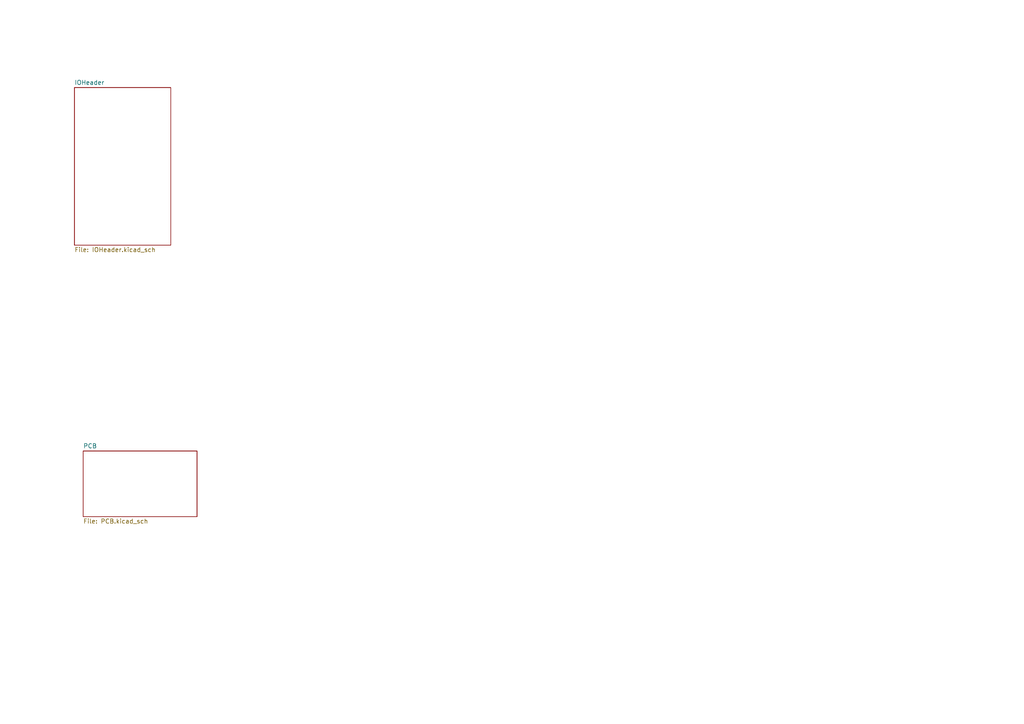
<source format=kicad_sch>
(kicad_sch (version 20230121) (generator eeschema)
  (paper "A4")
  (title_block (title "Proto Top Hat for SH-ESP32") (date "2023-08-08") (rev "2.0.0") (company "Hat Labs Ltd") (comment 1 "https://creativecommons.org/licenses/by-sa/4.0") (comment 2 "To view a copy of this license, visit ") (comment 3 "This work is licensed under CC BY-SA 4.0."))
  (lib_symbols)
  (sheet (at 21.59 25.4) (size 27.94 45.72)
    (property "Sheetname" "IOHeader" (at 21.59 24.6884 0) (effects (justify left bottom)))
    (property "Sheetfile" "IOHeader.kicad_sch" (at 21.59 71.7046 0) (effects (justify left top)))
  )
  (sheet (at 24.13 130.81) (size 33.02 19.05)
    (property "Sheetname" "PCB" (at 24.13 130.0984 0) (effects (justify left bottom)))
    (property "Sheetfile" "PCB.kicad_sch" (at 24.13 150.4446 0) (effects (justify left top)))
  )
)
</source>
